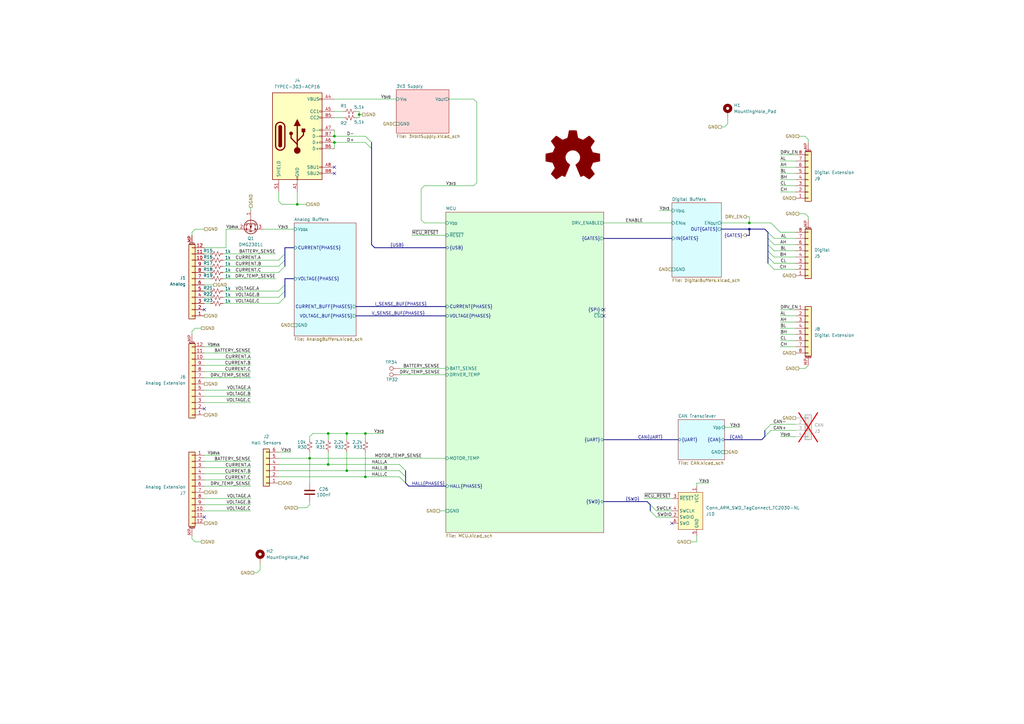
<source format=kicad_sch>
(kicad_sch (version 20231120) (generator "eeschema") (generator_version "8.0")
  (paper "A3")
  (title_block (title "OpenMC") (date "2024-06-06") (rev "1") (company "Crab Labs") (comment 1 "Author: Orion Serup") (comment 2 "License: CERN-OHW-W-2.0"))
  (lib_symbols
    (symbol "Connector:Conn_ARM_SWD_TagConnect_TC2030-NL" (in_bom no)
      (property "Reference" "J" (at 2.54 11.43 0))
      (property "Value" "Conn_ARM_SWD_TagConnect_TC2030-NL" (at 2.54 8.89 0))
      (symbol "Conn_ARM_SWD_TagConnect_TC2030-NL_0_0"
        (pin power_in line (at -2.54 10.16 270) (length 2.54) (name "VCC") (number "1"))
        (pin bidirectional line (at 7.62 -2.54 180) (length 2.54) (name "SWDIO") (number "2"))
        (pin open_collector line (at 7.62 5.08 180) (length 2.54) (name "~{RESET}") (number "3"))
        (pin output line (at 7.62 0 180) (length 2.54) (name "SWCLK") (number "4"))
        (pin power_in line (at -2.54 -10.16 90) (length 2.54) (name "GND") (number "5"))
        (pin input line (at 7.62 -5.08 180) (length 2.54) (name "SWO") (number "6"))
      )
      (symbol "Conn_ARM_SWD_TagConnect_TC2030-NL_0_1"
        (rectangle (start -5.08 7.62) (end 5.08 -7.62) (fill (type background)))
      )
    )
    (symbol "Connector:TestPoint" (pin_numbers hide) (pin_names (offset 0.762) hide)
      (property "Reference" "TP" (at 0 6.858 0))
      (property "Value" "TestPoint" (at 0 5.08 0))
      (symbol "TestPoint_0_1"
        (circle (center 0 3.302) (radius 0.762))
      )
      (symbol "TestPoint_1_1"
        (pin passive line (at 0 0 90) (length 2.54) (name "1") (number "1"))
      )
    )
    (symbol "Connector:USB_C_Receptacle_USB2.0_16P" (pin_names (offset 1.016))
      (property "Reference" "J" (at 0 22.225 0))
      (property "Value" "USB_C_Receptacle_USB2.0_16P" (at 0 19.685 0))
      (symbol "USB_C_Receptacle_USB2.0_16P_0_0"
        (rectangle (start -0.254 -17.78) (end 0.254 -16.764))
        (rectangle (start 10.16 -14.986) (end 9.144 -15.494))
        (rectangle (start 10.16 -12.446) (end 9.144 -12.954))
        (rectangle (start 10.16 -4.826) (end 9.144 -5.334))
        (rectangle (start 10.16 -2.286) (end 9.144 -2.794))
        (rectangle (start 10.16 0.254) (end 9.144 -0.254))
        (rectangle (start 10.16 2.794) (end 9.144 2.286))
        (rectangle (start 10.16 7.874) (end 9.144 7.366))
        (rectangle (start 10.16 10.414) (end 9.144 9.906))
        (rectangle (start 10.16 15.494) (end 9.144 14.986))
      )
      (symbol "USB_C_Receptacle_USB2.0_16P_0_1"
        (rectangle (start -10.16 17.78) (end 10.16 -17.78) (stroke (width 0.254)) (fill (type background)))
        (arc (start -8.89 -3.81) (mid -6.985 -5.7067) (end -5.08 -3.81) (stroke (width 0.508)))
        (arc (start -7.62 -3.81) (mid -6.985 -4.4423) (end -6.35 -3.81) (stroke (width 0.254)))
        (arc (start -7.62 -3.81) (mid -6.985 -4.4423) (end -6.35 -3.81) (stroke (width 0.254)) (fill (type outline)))
        (rectangle (start -7.62 -3.81) (end -6.35 3.81) (stroke (width 0.254)) (fill (type outline)))
        (arc (start -6.35 3.81) (mid -6.985 4.4423) (end -7.62 3.81) (stroke (width 0.254)))
        (arc (start -6.35 3.81) (mid -6.985 4.4423) (end -7.62 3.81) (stroke (width 0.254)) (fill (type outline)))
        (arc (start -5.08 3.81) (mid -6.985 5.7067) (end -8.89 3.81) (stroke (width 0.508)))
        (circle (center -2.54 1.143) (radius 0.635) (stroke (width 0.254)) (fill (type outline)))
        (circle (center 0 -5.842) (radius 1.27) (fill (type outline)))
        (polyline (pts (xy -8.89 -3.81) (xy -8.89 3.81)) (stroke (width 0.508)))
        (polyline (pts (xy -5.08 3.81) (xy -5.08 -3.81)) (stroke (width 0.508)))
        (polyline (pts (xy 0 -5.842) (xy 0 4.318)) (stroke (width 0.508)))
        (polyline (pts (xy 0 -3.302) (xy -2.54 -0.762) (xy -2.54 0.508)) (stroke (width 0.508)))
        (polyline (pts (xy 0 -2.032) (xy 2.54 0.508) (xy 2.54 1.778)) (stroke (width 0.508)))
        (polyline (pts (xy -1.27 4.318) (xy 0 6.858) (xy 1.27 4.318) (xy -1.27 4.318)) (stroke (width 0.254)) (fill (type outline)))
        (rectangle (start 1.905 1.778) (end 3.175 3.048) (stroke (width 0.254)) (fill (type outline)))
      )
      (symbol "USB_C_Receptacle_USB2.0_16P_1_1"
        (pin passive line (at 0 -22.86 90) (length 5.08) (name "GND") (number "A1"))
        (pin passive line (at 0 -22.86 90) (length 5.08) hide (name "GND") (number "A12"))
        (pin passive line (at 15.24 15.24 180) (length 5.08) (name "VBUS") (number "A4"))
        (pin bidirectional line (at 15.24 10.16 180) (length 5.08) (name "CC1") (number "A5"))
        (pin bidirectional line (at 15.24 -2.54 180) (length 5.08) (name "D+") (number "A6"))
        (pin bidirectional line (at 15.24 2.54 180) (length 5.08) (name "D-") (number "A7"))
        (pin bidirectional line (at 15.24 -12.7 180) (length 5.08) (name "SBU1") (number "A8"))
        (pin passive line (at 15.24 15.24 180) (length 5.08) hide (name "VBUS") (number "A9"))
        (pin passive line (at 0 -22.86 90) (length 5.08) hide (name "GND") (number "B1"))
        (pin passive line (at 0 -22.86 90) (length 5.08) hide (name "GND") (number "B12"))
        (pin passive line (at 15.24 15.24 180) (length 5.08) hide (name "VBUS") (number "B4"))
        (pin bidirectional line (at 15.24 7.62 180) (length 5.08) (name "CC2") (number "B5"))
        (pin bidirectional line (at 15.24 -5.08 180) (length 5.08) (name "D+") (number "B6"))
        (pin bidirectional line (at 15.24 0 180) (length 5.08) (name "D-") (number "B7"))
        (pin bidirectional line (at 15.24 -15.24 180) (length 5.08) (name "SBU2") (number "B8"))
        (pin passive line (at 15.24 15.24 180) (length 5.08) hide (name "VBUS") (number "B9"))
        (pin passive line (at -7.62 -22.86 90) (length 5.08) (name "SHIELD") (number "S1"))
      )
    )
    (symbol "Connector_Generic:Conn_01x04" (pin_names (offset 1.016) hide)
      (property "Reference" "J" (at 0 5.08 0))
      (property "Value" "Conn_01x04" (at 0 -7.62 0))
      (symbol "Conn_01x04_1_1"
        (rectangle (start -1.27 -4.953) (end 0 -5.207) (stroke (width 0.1524)))
        (rectangle (start -1.27 -2.413) (end 0 -2.667) (stroke (width 0.1524)))
        (rectangle (start -1.27 0.127) (end 0 -0.127) (stroke (width 0.1524)))
        (rectangle (start -1.27 2.667) (end 0 2.413) (stroke (width 0.1524)))
        (rectangle (start -1.27 3.81) (end 1.27 -6.35) (stroke (width 0.254)) (fill (type background)))
        (pin passive line (at -5.08 2.54 0) (length 3.81) (name "Pin_1") (number "1"))
        (pin passive line (at -5.08 0 0) (length 3.81) (name "Pin_2") (number "2"))
        (pin passive line (at -5.08 -2.54 0) (length 3.81) (name "Pin_3") (number "3"))
        (pin passive line (at -5.08 -5.08 0) (length 3.81) (name "Pin_4") (number "4"))
      )
    )
    (symbol "Connector_Generic:Conn_01x06" (pin_names (offset 1.016) hide)
      (property "Reference" "J" (at 0 7.62 0))
      (property "Value" "Conn_01x06" (at 0 -10.16 0))
      (symbol "Conn_01x06_1_1"
        (rectangle (start -1.27 -7.493) (end 0 -7.747) (stroke (width 0.1524)))
        (rectangle (start -1.27 -4.953) (end 0 -5.207) (stroke (width 0.1524)))
        (rectangle (start -1.27 -2.413) (end 0 -2.667) (stroke (width 0.1524)))
        (rectangle (start -1.27 0.127) (end 0 -0.127) (stroke (width 0.1524)))
        (rectangle (start -1.27 2.667) (end 0 2.413) (stroke (width 0.1524)))
        (rectangle (start -1.27 5.207) (end 0 4.953) (stroke (width 0.1524)))
        (rectangle (start -1.27 6.35) (end 1.27 -8.89) (stroke (width 0.254)) (fill (type background)))
        (pin passive line (at -5.08 5.08 0) (length 3.81) (name "Pin_1") (number "1"))
        (pin passive line (at -5.08 2.54 0) (length 3.81) (name "Pin_2") (number "2"))
        (pin passive line (at -5.08 0 0) (length 3.81) (name "Pin_3") (number "3"))
        (pin passive line (at -5.08 -2.54 0) (length 3.81) (name "Pin_4") (number "4"))
        (pin passive line (at -5.08 -5.08 0) (length 3.81) (name "Pin_5") (number "5"))
        (pin passive line (at -5.08 -7.62 0) (length 3.81) (name "Pin_6") (number "6"))
      )
    )
    (symbol "Connector_Generic_MountingPin:Conn_01x08_MountingPin" (pin_names (offset 1.016) hide)
      (property "Reference" "J" (at 0 10.16 0))
      (property "Value" "Conn_01x08_MountingPin" (at 1.27 -12.7 0))
      (symbol "Conn_01x08_MountingPin_1_1"
        (rectangle (start -1.27 -10.033) (end 0 -10.287) (stroke (width 0.1524)))
        (rectangle (start -1.27 -7.493) (end 0 -7.747) (stroke (width 0.1524)))
        (rectangle (start -1.27 -4.953) (end 0 -5.207) (stroke (width 0.1524)))
        (rectangle (start -1.27 -2.413) (end 0 -2.667) (stroke (width 0.1524)))
        (rectangle (start -1.27 0.127) (end 0 -0.127) (stroke (width 0.1524)))
        (rectangle (start -1.27 2.667) (end 0 2.413) (stroke (width 0.1524)))
        (rectangle (start -1.27 5.207) (end 0 4.953) (stroke (width 0.1524)))
        (rectangle (start -1.27 7.747) (end 0 7.493) (stroke (width 0.1524)))
        (rectangle (start -1.27 8.89) (end 1.27 -11.43) (stroke (width 0.254)) (fill (type background)))
        (polyline (pts (xy -1.016 -12.192) (xy 1.016 -12.192)) (stroke (width 0.1524)))
        (text "Mounting" (at 0 -11.811 0) (effects (font (size 0.381 0.381))))
        (pin passive line (at -5.08 7.62 0) (length 3.81) (name "Pin_1") (number "1"))
        (pin passive line (at -5.08 5.08 0) (length 3.81) (name "Pin_2") (number "2"))
        (pin passive line (at -5.08 2.54 0) (length 3.81) (name "Pin_3") (number "3"))
        (pin passive line (at -5.08 0 0) (length 3.81) (name "Pin_4") (number "4"))
        (pin passive line (at -5.08 -2.54 0) (length 3.81) (name "Pin_5") (number "5"))
        (pin passive line (at -5.08 -5.08 0) (length 3.81) (name "Pin_6") (number "6"))
        (pin passive line (at -5.08 -7.62 0) (length 3.81) (name "Pin_7") (number "7"))
        (pin passive line (at -5.08 -10.16 0) (length 3.81) (name "Pin_8") (number "8"))
        (pin passive line (at 0 -15.24 90) (length 3.048) (name "MountPin") (number "MP"))
      )
    )
    (symbol "Connector_Generic_MountingPin:Conn_01x12_MountingPin" (pin_names (offset 1.016) hide)
      (property "Reference" "J" (at 0 15.24 0))
      (property "Value" "Conn_01x12_MountingPin" (at 1.27 -17.78 0))
      (symbol "Conn_01x12_MountingPin_1_1"
        (rectangle (start -1.27 -15.113) (end 0 -15.367) (stroke (width 0.1524)))
        (rectangle (start -1.27 -12.573) (end 0 -12.827) (stroke (width 0.1524)))
        (rectangle (start -1.27 -10.033) (end 0 -10.287) (stroke (width 0.1524)))
        (rectangle (start -1.27 -7.493) (end 0 -7.747) (stroke (width 0.1524)))
        (rectangle (start -1.27 -4.953) (end 0 -5.207) (stroke (width 0.1524)))
        (rectangle (start -1.27 -2.413) (end 0 -2.667) (stroke (width 0.1524)))
        (rectangle (start -1.27 0.127) (end 0 -0.127) (stroke (width 0.1524)))
        (rectangle (start -1.27 2.667) (end 0 2.413) (stroke (width 0.1524)))
        (rectangle (start -1.27 5.207) (end 0 4.953) (stroke (width 0.1524)))
        (rectangle (start -1.27 7.747) (end 0 7.493) (stroke (width 0.1524)))
        (rectangle (start -1.27 10.287) (end 0 10.033) (stroke (width 0.1524)))
        (rectangle (start -1.27 12.827) (end 0 12.573) (stroke (width 0.1524)))
        (rectangle (start -1.27 13.97) (end 1.27 -16.51) (stroke (width 0.254)) (fill (type background)))
        (polyline (pts (xy -1.016 -17.272) (xy 1.016 -17.272)) (stroke (width 0.1524)))
        (text "Mounting" (at 0 -16.891 0) (effects (font (size 0.381 0.381))))
        (pin passive line (at -5.08 12.7 0) (length 3.81) (name "Pin_1") (number "1"))
        (pin passive line (at -5.08 -10.16 0) (length 3.81) (name "Pin_10") (number "10"))
        (pin passive line (at -5.08 -12.7 0) (length 3.81) (name "Pin_11") (number "11"))
        (pin passive line (at -5.08 -15.24 0) (length 3.81) (name "Pin_12") (number "12"))
        (pin passive line (at -5.08 10.16 0) (length 3.81) (name "Pin_2") (number "2"))
        (pin passive line (at -5.08 7.62 0) (length 3.81) (name "Pin_3") (number "3"))
        (pin passive line (at -5.08 5.08 0) (length 3.81) (name "Pin_4") (number "4"))
        (pin passive line (at -5.08 2.54 0) (length 3.81) (name "Pin_5") (number "5"))
        (pin passive line (at -5.08 0 0) (length 3.81) (name "Pin_6") (number "6"))
        (pin passive line (at -5.08 -2.54 0) (length 3.81) (name "Pin_7") (number "7"))
        (pin passive line (at -5.08 -5.08 0) (length 3.81) (name "Pin_8") (number "8"))
        (pin passive line (at -5.08 -7.62 0) (length 3.81) (name "Pin_9") (number "9"))
        (pin passive line (at 0 -20.32 90) (length 3.048) (name "MountPin") (number "MP"))
      )
    )
    (symbol "Device:C" (pin_numbers hide) (pin_names (offset 0.254))
      (property "Reference" "C" (at 0.635 2.54 0))
      (property "Value" "C" (at 0.635 -2.54 0))
      (symbol "C_0_1"
        (polyline (pts (xy -2.032 -0.762) (xy 2.032 -0.762)) (stroke (width 0.508)))
        (polyline (pts (xy -2.032 0.762) (xy 2.032 0.762)) (stroke (width 0.508)))
      )
      (symbol "C_1_1"
        (pin passive line (at 0 3.81 270) (length 2.794) (name "~") (number "1"))
        (pin passive line (at 0 -3.81 90) (length 2.794) (name "~") (number "2"))
      )
    )
    (symbol "Device:R_Small_US" (pin_numbers hide) (pin_names (offset 0.254) hide)
      (property "Reference" "R" (at 0.762 0.508 0))
      (property "Value" "R_Small_US" (at 0.762 -1.016 0))
      (symbol "R_Small_US_1_1"
        (polyline (pts (xy 0 0) (xy 1.016 -0.381) (xy 0 -0.762) (xy -1.016 -1.143) (xy 0 -1.524)))
        (polyline (pts (xy 0 1.524) (xy 1.016 1.143) (xy 0 0.762) (xy -1.016 0.381) (xy 0 0)))
        (pin passive line (at 0 2.54 270) (length 1.016) (name "~") (number "1"))
        (pin passive line (at 0 -2.54 90) (length 1.016) (name "~") (number "2"))
      )
    )
    (symbol "Graphic:Logo_Open_Hardware_Large" (in_bom no) (on_board no)
      (symbol "Logo_Open_Hardware_Large_1_1"
        (polyline (pts (xy 6.731 -8.7122) (xy 6.6294 -8.6614) (xy 6.35 -8.4836) (xy 5.9944 -8.255) (xy 5.5372 -7.9502) (xy 5.1054 -7.6454) (xy 4.7498 -7.4168) (xy 4.4958 -7.239) (xy 4.3942 -7.1882) (xy 4.318 -7.2136) (xy 4.1148 -7.3152) (xy 3.81 -7.4676) (xy 3.6322 -7.5692) (xy 3.3528 -7.6708) (xy 3.2258 -7.6962) (xy 3.2004 -7.6708) (xy 3.0988 -7.4676) (xy 2.9464 -7.0866) (xy 2.7178 -6.604) (xy 2.4892 -6.0452) (xy 2.2352 -5.4356) (xy 1.9558 -4.826) (xy 1.7272 -4.2164) (xy 1.4986 -3.683) (xy 1.3208 -3.2512) (xy 1.2192 -2.9464) (xy 1.1684 -2.8194) (xy 1.1938 -2.794) (xy 1.3208 -2.667) (xy 1.5748 -2.4892) (xy 2.0828 -2.0574) (xy 2.6162 -1.397) (xy 2.921 -0.6604) (xy 3.048 0.1524) (xy 2.9464 0.9144) (xy 2.6416 1.6256) (xy 2.1336 2.286) (xy 1.524 2.7686) (xy 0.8128 3.0734) (xy 0 3.175) (xy -0.762 3.0988) (xy -1.4986 2.794) (xy -2.159 2.286) (xy -2.4384 1.9812) (xy -2.8194 1.3208) (xy -3.048 0.6096) (xy -3.0734 0.4318) (xy -3.0226 -0.3556) (xy -2.794 -1.0922) (xy -2.3876 -1.7526) (xy -1.8288 -2.3114) (xy -1.7526 -2.3622) (xy -1.4732 -2.5654) (xy -1.2954 -2.6924) (xy -1.1684 -2.8194) (xy -2.159 -5.207) (xy -2.3114 -5.588) (xy -2.5908 -6.2484) (xy -2.8194 -6.8072) (xy -3.0226 -7.2644) (xy -3.1496 -7.5692) (xy -3.2258 -7.6708) (xy -3.2258 -7.6962) (xy -3.302 -7.6962) (xy -3.4798 -7.6454) (xy -3.8354 -7.4676) (xy -4.0386 -7.366) (xy -4.2926 -7.239) (xy -4.4196 -7.1882) (xy -4.5212 -7.239) (xy -4.7498 -7.3914) (xy -5.1054 -7.6454) (xy -5.5372 -7.9248) (xy -5.9436 -8.2042) (xy -6.3246 -8.4582) (xy -6.604 -8.636) (xy -6.731 -8.7122) (xy -6.7564 -8.7122) (xy -6.858 -8.636) (xy -7.0866 -8.4582) (xy -7.4168 -8.1534) (xy -7.874 -7.6962) (xy -7.9502 -7.62) (xy -8.3312 -7.239) (xy -8.636 -6.9088) (xy -8.8392 -6.6802) (xy -8.9154 -6.5786) (xy -8.9154 -6.5786) (xy -8.8392 -6.4516) (xy -8.6614 -6.1722) (xy -8.4328 -5.7912) (xy -8.128 -5.3594) (xy -7.3152 -4.191) (xy -7.7724 -3.0988) (xy -7.8994 -2.7686) (xy -8.0772 -2.3622) (xy -8.2042 -2.0828) (xy -8.255 -1.9558) (xy -8.382 -1.905) (xy -8.6614 -1.8542) (xy -9.0932 -1.7526) (xy -9.6266 -1.651) (xy -10.1092 -1.5748) (xy -10.541 -1.4732) (xy -10.8712 -1.4224) (xy -11.0236 -1.397) (xy -11.049 -1.3716) (xy -11.0744 -1.2954) (xy -11.0998 -1.143) (xy -11.0998 -0.889) (xy -11.1252 -0.4572) (xy -11.1252 0.1524) (xy -11.1252 0.2286) (xy -11.0998 0.8128) (xy -11.0998 1.27) (xy -11.0744 1.5494) (xy -11.0744 1.6764) (xy -11.0744 1.6764) (xy -10.922 1.7018) (xy -10.6172 1.778) (xy -10.16 1.8542) (xy -9.652 1.9558) (xy -9.6012 1.9812) (xy -9.0932 2.0828) (xy -8.636 2.159) (xy -8.3312 2.2352) (xy -8.2042 2.286) (xy -8.1788 2.3114) (xy -8.0772 2.5146) (xy -7.9248 2.8448) (xy -7.747 3.2512) (xy -7.5692 3.6576) (xy -7.4168 4.0386) (xy -7.3152 4.318) (xy -7.2898 4.445) (xy -7.2898 4.445) (xy -7.366 4.572) (xy -7.5438 4.826) (xy -7.7978 5.207) (xy -8.128 5.6642) (xy -8.128 5.6896) (xy -8.4328 6.1468) (xy -8.6868 6.5278) (xy -8.8392 6.7818) (xy -8.9154 6.9088) (xy -8.9154 6.9088) (xy -8.8138 7.0358) (xy -8.5852 7.2898) (xy -8.255 7.6454) (xy -7.874 8.0264) (xy -7.747 8.1534) (xy -7.3152 8.5852) (xy -7.0104 8.8646) (xy -6.8326 8.9916) (xy -6.731 9.0424) (xy -6.731 9.0424) (xy -6.604 8.9408) (xy -6.3246 8.763) (xy -5.9436 8.509) (xy -5.4864 8.2042) (xy -5.461 8.1788) (xy -5.0038 7.874) (xy -4.6482 7.62) (xy -4.3688 7.4422) (xy -4.2672 7.3914) (xy -4.2418 7.3914) (xy -4.064 7.4422) (xy -3.7338 7.5438) (xy -3.3528 7.6962) (xy -2.9464 7.874) (xy -2.5654 8.0264) (xy -2.286 8.1534) (xy -2.159 8.2296) (xy -2.159 8.2296) (xy -2.1082 8.382) (xy -2.032 8.7122) (xy -1.9304 9.1694) (xy -1.8288 9.7282) (xy -1.8034 9.8044) (xy -1.7018 10.3378) (xy -1.6256 10.7696) (xy -1.5748 11.0744) (xy -1.524 11.2014) (xy -1.4478 11.2268) (xy -1.1938 11.2522) (xy -0.8128 11.2522) (xy -0.3302 11.2522) (xy 0.1524 11.2522) (xy 0.6604 11.2522) (xy 1.0668 11.2268) (xy 1.3716 11.2014) (xy 1.4986 11.176) (xy 1.4986 11.176) (xy 1.5494 11.0236) (xy 1.6256 10.6934) (xy 1.7018 10.2108) (xy 1.8288 9.6774) (xy 1.8288 9.5758) (xy 1.9304 9.0424) (xy 2.032 8.6106) (xy 2.0828 8.3058) (xy 2.1336 8.2042) (xy 2.159 8.1788) (xy 2.3876 8.0772) (xy 2.7432 7.9248) (xy 3.175 7.747) (xy 4.191 7.3406) (xy 5.461 8.2042) (xy 5.5626 8.2804) (xy 6.0198 8.5852) (xy 6.3754 8.8392) (xy 6.6294 8.9916) (xy 6.7564 9.0424) (xy 6.7564 9.0424) (xy 6.8834 8.9408) (xy 7.1374 8.7122) (xy 7.4676 8.382) (xy 7.8486 7.9756) (xy 8.1534 7.6962) (xy 8.4836 7.3406) (xy 8.7122 7.112) (xy 8.8392 6.9596) (xy 8.8646 6.858) (xy 8.8646 6.8072) (xy 8.7884 6.6802) (xy 8.6106 6.4008) (xy 8.3312 6.0198) (xy 8.0264 5.588) (xy 7.7978 5.207) (xy 7.5184 4.8006) (xy 7.3406 4.4958) (xy 7.2898 4.3434) (xy 7.2898 4.2926) (xy 7.3914 4.0386) (xy 7.5184 3.683) (xy 7.7216 3.2258) (xy 8.1534 2.2352) (xy 8.7884 2.1082) (xy 9.1948 2.0574) (xy 9.7536 1.9304) (xy 10.2616 1.8288) (xy 11.0998 1.6764) (xy 11.1252 -1.3208) (xy 10.9982 -1.3716) (xy 10.8712 -1.397) (xy 10.5664 -1.4732) (xy 10.1346 -1.5494) (xy 9.6266 -1.651) (xy 9.1948 -1.7272) (xy 8.7376 -1.8288) (xy 8.4328 -1.8796) (xy 8.2804 -1.905) (xy 8.255 -1.9558) (xy 8.1534 -2.159) (xy 7.9756 -2.5146) (xy 7.8232 -2.921) (xy 7.6454 -3.3274) (xy 7.493 -3.7338) (xy 7.366 -4.0132) (xy 7.3406 -4.191) (xy 7.3914 -4.2926) (xy 7.5692 -4.5466) (xy 7.7978 -4.9276) (xy 8.1026 -5.3594) (xy 8.4074 -5.7912) (xy 8.6614 -6.1722) (xy 8.8138 -6.4262) (xy 8.89 -6.5532) (xy 8.8646 -6.6548) (xy 8.6868 -6.858) (xy 8.3566 -7.1882) (xy 7.874 -7.6708) (xy 7.7978 -7.747) (xy 7.3914 -8.128) (xy 7.0612 -8.4328) (xy 6.8326 -8.636) (xy 6.731 -8.7122)) (fill (type outline)))
      )
    )
    (symbol "Mechanical:MountingHole_Pad" (pin_numbers hide) (pin_names (offset 1.016) hide) (exclude_from_sim yes) (in_bom no)
      (property "Reference" "H" (at 0 6.35 0))
      (property "Value" "MountingHole_Pad" (at 0 4.445 0))
      (symbol "MountingHole_Pad_0_1"
        (circle (center 0 1.27) (radius 1.27) (stroke (width 1.27)))
      )
      (symbol "MountingHole_Pad_1_1"
        (pin input line (at 0 -2.54 90) (length 2.54) (name "1") (number "1"))
      )
    )
    (symbol "Transistor_FET:DMG2301L" (pin_names hide)
      (property "Reference" "Q" (at 5.08 1.905 0))
      (property "Value" "DMG2301L" (at 5.08 0 0))
      (symbol "DMG2301L_0_1"
        (polyline (pts (xy 0.254 0) (xy -2.54 0)))
        (polyline (pts (xy 0.254 1.905) (xy 0.254 -1.905)) (stroke (width 0.254)))
        (polyline (pts (xy 0.762 -1.27) (xy 0.762 -2.286)) (stroke (width 0.254)))
        (polyline (pts (xy 0.762 0.508) (xy 0.762 -0.508)) (stroke (width 0.254)))
        (polyline (pts (xy 0.762 2.286) (xy 0.762 1.27)) (stroke (width 0.254)))
        (polyline (pts (xy 2.54 2.54) (xy 2.54 1.778)))
        (polyline (pts (xy 2.54 -2.54) (xy 2.54 0) (xy 0.762 0)))
        (polyline (pts (xy 0.762 1.778) (xy 3.302 1.778) (xy 3.302 -1.778) (xy 0.762 -1.778)))
        (polyline (pts (xy 2.286 0) (xy 1.27 0.381) (xy 1.27 -0.381) (xy 2.286 0)) (fill (type outline)))
        (polyline (pts (xy 2.794 -0.508) (xy 2.921 -0.381) (xy 3.683 -0.381) (xy 3.81 -0.254)))
        (polyline (pts (xy 3.302 -0.381) (xy 2.921 0.254) (xy 3.683 0.254) (xy 3.302 -0.381)))
        (circle (center 1.651 0) (radius 2.794) (stroke (width 0.254)))
        (circle (center 2.54 -1.778) (radius 0.254) (fill (type outline)))
        (circle (center 2.54 1.778) (radius 0.254) (fill (type outline)))
      )
      (symbol "DMG2301L_1_1"
        (pin input line (at -5.08 0 0) (length 2.54) (name "G") (number "1"))
        (pin passive line (at 2.54 -5.08 90) (length 2.54) (name "S") (number "2"))
        (pin passive line (at 2.54 5.08 270) (length 2.54) (name "D") (number "3"))
      )
    )
  )
  (junction (at 149.86 177.8))
  (junction (at 142.24 193.04))
  (junction (at 307.34 91.44))
  (junction (at 137.16 55.88))
  (junction (at 127 187.96))
  (junction (at 137.16 58.42))
  (junction (at 307.34 93.98))
  (junction (at 149.86 195.58))
  (junction (at 134.62 190.5))
  (junction (at 134.62 177.8))
  (junction (at 142.24 177.8))
  (junction (at 121.92 83.82))
  (junction (at 147.32 46.99))
  (no_connect (at 83.82 127))
  (no_connect (at 137.16 68.58))
  (no_connect (at 83.82 167.64))
  (no_connect (at 247.65 127))
  (no_connect (at 275.59 214.63))
  (no_connect (at 83.82 212.09))
  (no_connect (at 137.16 71.12))
  (no_connect (at 247.65 129.54))
  (bus_entry (at 314.96 97.79) (size 2.54 2.54))
  (bus_entry (at 313.69 179.07) (size 2.54 -2.54))
  (bus_entry (at 313.69 176.53) (size 2.54 -2.54))
  (bus_entry (at 314.96 100.33) (size 2.54 2.54))
  (bus_entry (at 314.96 102.87) (size 2.54 2.54))
  (bus_entry (at 314.96 95.25) (size 2.54 2.54))
  (bus_entry (at 166.37 198.12) (size -2.54 -2.54))
  (bus_entry (at 266.7 209.55) (size 2.54 2.54))
  (bus_entry (at 116.84 121.92) (size -2.54 2.54))
  (bus_entry (at 266.7 207.01) (size 2.54 2.54))
  (bus_entry (at 116.84 116.84) (size -2.54 2.54))
  (bus_entry (at 116.84 119.38) (size -2.54 2.54))
  (bus_entry (at 152.4 58.42) (size -2.54 -2.54))
  (bus_entry (at 314.96 105.41) (size 2.54 2.54))
  (bus_entry (at 116.84 109.22) (size -2.54 2.54))
  (bus_entry (at 116.84 106.68) (size -2.54 2.54))
  (bus_entry (at 314.96 107.95) (size 2.54 2.54))
  (bus_entry (at 166.37 193.04) (size -2.54 -2.54))
  (bus_entry (at 116.84 104.14) (size -2.54 2.54))
  (bus_entry (at 152.4 60.96) (size -2.54 -2.54))
  (bus_entry (at 166.37 195.58) (size -2.54 -2.54))
  (wire (pts (xy 106.68 231.14) (xy 106.68 233.68)))
  (wire (pts (xy 127 179.07) (xy 128.27 177.8)))
  (wire (pts (xy 320.04 139.7) (xy 326.39 139.7)))
  (wire (pts (xy 320.04 134.62) (xy 326.39 134.62)))
  (wire (pts (xy 83.82 207.01) (xy 102.87 207.01)))
  (wire (pts (xy 149.86 177.8) (xy 149.86 180.34)))
  (wire (pts (xy 91.44 121.92) (xy 114.3 121.92)))
  (wire (pts (xy 142.24 177.8) (xy 142.24 180.34)))
  (wire (pts (xy 320.04 76.2) (xy 326.39 76.2)))
  (wire (pts (xy 330.2 151.13) (xy 331.47 149.86)))
  (wire (pts (xy 147.32 45.72) (xy 147.32 46.99)))
  (wire (pts (xy 134.62 177.8) (xy 134.62 180.34)))
  (wire (pts (xy 107.95 93.98) (xy 120.65 93.98)))
  (bus (pts (xy 297.18 180.34) (xy 312.42 180.34)))
  (wire (pts (xy 326.39 63.5) (xy 320.04 63.5)))
  (wire (pts (xy 114.3 78.74) (xy 114.3 82.55)))
  (wire (pts (xy 137.16 58.42) (xy 149.86 58.42)))
  (wire (pts (xy 147.32 46.99) (xy 147.32 48.26)))
  (bus (pts (xy 314.96 100.33) (xy 314.96 102.87)))
  (wire (pts (xy 97.79 93.98) (xy 92.71 93.98)))
  (wire (pts (xy 285.75 198.12) (xy 285.75 199.39)))
  (wire (pts (xy 327.66 55.88) (xy 330.2 55.88)))
  (wire (pts (xy 83.82 121.92) (xy 86.36 121.92)))
  (wire (pts (xy 83.82 204.47) (xy 102.87 204.47)))
  (wire (pts (xy 102.87 85.09) (xy 102.87 86.36)))
  (wire (pts (xy 147.32 46.99) (xy 148.59 46.99)))
  (wire (pts (xy 83.82 142.24) (xy 90.17 142.24)))
  (bus (pts (xy 116.84 109.22) (xy 116.84 106.68)))
  (bus (pts (xy 116.84 119.38) (xy 116.84 121.92)))
  (bus (pts (xy 166.37 195.58) (xy 166.37 198.12)))
  (wire (pts (xy 173.99 76.2) (xy 194.31 76.2)))
  (wire (pts (xy 317.5 105.41) (xy 326.39 105.41)))
  (wire (pts (xy 320.04 78.74) (xy 326.39 78.74)))
  (wire (pts (xy 320.04 129.54) (xy 326.39 129.54)))
  (wire (pts (xy 78.74 135.89) (xy 78.74 137.16)))
  (wire (pts (xy 127 185.42) (xy 127 187.96)))
  (wire (pts (xy 326.39 173.99) (xy 316.23 173.99)))
  (wire (pts (xy 134.62 177.8) (xy 142.24 177.8)))
  (wire (pts (xy 83.82 186.69) (xy 90.17 186.69)))
  (wire (pts (xy 83.82 165.1) (xy 102.87 165.1)))
  (wire (pts (xy 326.39 95.25) (xy 320.04 95.25)))
  (wire (pts (xy 320.04 137.16) (xy 326.39 137.16)))
  (wire (pts (xy 114.3 193.04) (xy 142.24 193.04)))
  (bus (pts (xy 153.67 101.6) (xy 182.88 101.6)))
  (wire (pts (xy 297.18 175.26) (xy 303.53 175.26)))
  (bus (pts (xy 116.84 116.84) (xy 116.84 119.38)))
  (bus (pts (xy 152.4 60.96) (xy 152.4 100.33)))
  (wire (pts (xy 91.44 124.46) (xy 114.3 124.46)))
  (bus (pts (xy 152.4 100.33) (xy 153.67 101.6)))
  (wire (pts (xy 320.04 73.66) (xy 326.39 73.66)))
  (wire (pts (xy 80.01 222.25) (xy 78.74 220.98)))
  (wire (pts (xy 137.16 58.42) (xy 137.16 60.96)))
  (wire (pts (xy 142.24 177.8) (xy 149.86 177.8)))
  (wire (pts (xy 83.82 209.55) (xy 102.87 209.55)))
  (bus (pts (xy 167.64 199.39) (xy 166.37 198.12)))
  (wire (pts (xy 137.16 53.34) (xy 137.16 55.88)))
  (bus (pts (xy 307.34 93.98) (xy 307.34 96.52)))
  (wire (pts (xy 173.99 91.44) (xy 182.88 91.44)))
  (wire (pts (xy 295.91 52.07) (xy 297.18 52.07)))
  (wire (pts (xy 163.83 153.67) (xy 182.88 153.67)))
  (wire (pts (xy 326.39 127) (xy 320.04 127)))
  (wire (pts (xy 146.05 45.72) (xy 147.32 45.72)))
  (wire (pts (xy 127 187.96) (xy 182.88 187.96)))
  (wire (pts (xy 269.24 212.09) (xy 275.59 212.09)))
  (wire (pts (xy 83.82 162.56) (xy 102.87 162.56)))
  (wire (pts (xy 83.82 196.85) (xy 102.87 196.85)))
  (bus (pts (xy 295.91 93.98) (xy 307.34 93.98)))
  (wire (pts (xy 83.82 93.98) (xy 80.01 93.98)))
  (wire (pts (xy 146.05 48.26) (xy 147.32 48.26)))
  (wire (pts (xy 78.74 95.25) (xy 78.74 96.52)))
  (wire (pts (xy 307.34 91.44) (xy 295.91 91.44)))
  (wire (pts (xy 317.5 110.49) (xy 326.39 110.49)))
  (wire (pts (xy 184.15 40.64) (xy 194.31 40.64)))
  (wire (pts (xy 83.82 152.4) (xy 102.87 152.4)))
  (wire (pts (xy 83.82 191.77) (xy 102.87 191.77)))
  (wire (pts (xy 121.92 78.74) (xy 121.92 83.82)))
  (bus (pts (xy 314.96 97.79) (xy 314.96 100.33)))
  (wire (pts (xy 127 187.96) (xy 127 198.12)))
  (bus (pts (xy 265.43 205.74) (xy 266.7 207.01)))
  (wire (pts (xy 127 207.01) (xy 125.73 208.28)))
  (bus (pts (xy 307.34 96.52) (xy 306.07 96.52)))
  (bus (pts (xy 146.05 129.54) (xy 182.88 129.54)))
  (wire (pts (xy 83.82 160.02) (xy 102.87 160.02)))
  (wire (pts (xy 114.3 195.58) (xy 149.86 195.58)))
  (bus (pts (xy 152.4 58.42) (xy 152.4 60.96)))
  (wire (pts (xy 83.82 194.31) (xy 102.87 194.31)))
  (wire (pts (xy 83.82 147.32) (xy 102.87 147.32)))
  (wire (pts (xy 316.23 91.44) (xy 320.04 95.25)))
  (wire (pts (xy 317.5 102.87) (xy 326.39 102.87)))
  (bus (pts (xy 314.96 105.41) (xy 314.96 107.95)))
  (bus (pts (xy 266.7 207.01) (xy 266.7 209.55)))
  (wire (pts (xy 82.55 134.62) (xy 80.01 134.62)))
  (wire (pts (xy 114.3 187.96) (xy 127 187.96)))
  (wire (pts (xy 142.24 193.04) (xy 163.83 193.04)))
  (wire (pts (xy 91.44 111.76) (xy 114.3 111.76)))
  (wire (pts (xy 114.3 185.42) (xy 119.38 185.42)))
  (wire (pts (xy 83.82 189.23) (xy 102.87 189.23)))
  (wire (pts (xy 83.82 106.68) (xy 86.36 106.68)))
  (bus (pts (xy 247.65 205.74) (xy 265.43 205.74)))
  (wire (pts (xy 92.71 93.98) (xy 92.71 101.6)))
  (wire (pts (xy 320.04 71.12) (xy 326.39 71.12)))
  (wire (pts (xy 80.01 93.98) (xy 78.74 95.25)))
  (wire (pts (xy 128.27 177.8) (xy 134.62 177.8)))
  (bus (pts (xy 314.96 102.87) (xy 314.96 105.41)))
  (wire (pts (xy 306.07 88.9) (xy 307.34 88.9)))
  (wire (pts (xy 83.82 116.84) (xy 87.63 116.84)))
  (wire (pts (xy 127 205.74) (xy 127 207.01)))
  (wire (pts (xy 80.01 134.62) (xy 78.74 135.89)))
  (wire (pts (xy 168.91 96.52) (xy 182.88 96.52)))
  (wire (pts (xy 330.2 87.63) (xy 331.47 88.9)))
  (wire (pts (xy 307.34 88.9) (xy 307.34 91.44)))
  (wire (pts (xy 264.16 204.47) (xy 275.59 204.47)))
  (wire (pts (xy 83.82 104.14) (xy 86.36 104.14)))
  (bus (pts (xy 116.84 104.14) (xy 116.84 101.6)))
  (bus (pts (xy 313.69 179.07) (xy 313.69 176.53)))
  (wire (pts (xy 83.82 124.46) (xy 86.36 124.46)))
  (wire (pts (xy 83.82 114.3) (xy 86.36 114.3)))
  (wire (pts (xy 180.34 209.55) (xy 182.88 209.55)))
  (wire (pts (xy 115.57 83.82) (xy 114.3 82.55)))
  (wire (pts (xy 317.5 97.79) (xy 326.39 97.79)))
  (wire (pts (xy 331.47 57.15) (xy 331.47 58.42)))
  (bus (pts (xy 247.65 97.79) (xy 275.59 97.79)))
  (bus (pts (xy 182.88 199.39) (xy 167.64 199.39)))
  (wire (pts (xy 83.82 199.39) (xy 102.87 199.39)))
  (wire (pts (xy 330.2 55.88) (xy 331.47 57.15)))
  (wire (pts (xy 149.86 185.42) (xy 149.86 195.58)))
  (wire (pts (xy 91.44 106.68) (xy 114.3 106.68)))
  (wire (pts (xy 134.62 185.42) (xy 134.62 190.5)))
  (wire (pts (xy 83.82 144.78) (xy 102.87 144.78)))
  (wire (pts (xy 320.04 68.58) (xy 326.39 68.58)))
  (wire (pts (xy 320.04 142.24) (xy 326.39 142.24)))
  (wire (pts (xy 247.65 91.44) (xy 275.59 91.44)))
  (bus (pts (xy 313.69 93.98) (xy 314.96 95.25)))
  (bus (pts (xy 146.05 125.73) (xy 182.88 125.73)))
  (bus (pts (xy 314.96 95.25) (xy 314.96 97.79)))
  (wire (pts (xy 91.44 109.22) (xy 114.3 109.22)))
  (wire (pts (xy 269.24 209.55) (xy 275.59 209.55)))
  (wire (pts (xy 83.82 119.38) (xy 86.36 119.38)))
  (wire (pts (xy 270.51 86.36) (xy 275.59 86.36)))
  (wire (pts (xy 114.3 190.5) (xy 134.62 190.5)))
  (wire (pts (xy 326.39 176.53) (xy 316.23 176.53)))
  (bus (pts (xy 116.84 101.6) (xy 120.65 101.6)))
  (wire (pts (xy 320.04 132.08) (xy 326.39 132.08)))
  (wire (pts (xy 91.44 114.3) (xy 113.03 114.3)))
  (wire (pts (xy 195.58 41.91) (xy 195.58 74.93)))
  (wire (pts (xy 327.66 151.13) (xy 330.2 151.13)))
  (wire (pts (xy 331.47 88.9) (xy 331.47 90.17)))
  (bus (pts (xy 116.84 114.3) (xy 116.84 116.84)))
  (wire (pts (xy 78.74 220.98) (xy 78.74 219.71)))
  (wire (pts (xy 91.44 119.38) (xy 114.3 119.38)))
  (bus (pts (xy 116.84 114.3) (xy 120.65 114.3)))
  (wire (pts (xy 83.82 149.86) (xy 102.87 149.86)))
  (wire (pts (xy 194.31 40.64) (xy 195.58 41.91)))
  (wire (pts (xy 91.44 104.14) (xy 113.03 104.14)))
  (wire (pts (xy 307.34 91.44) (xy 316.23 91.44)))
  (wire (pts (xy 83.82 101.6) (xy 92.71 101.6)))
  (bus (pts (xy 166.37 193.04) (xy 166.37 195.58)))
  (wire (pts (xy 317.5 100.33) (xy 326.39 100.33)))
  (wire (pts (xy 134.62 190.5) (xy 163.83 190.5)))
  (wire (pts (xy 121.92 208.28) (xy 125.73 208.28)))
  (wire (pts (xy 297.18 52.07) (xy 298.45 50.8)))
  (wire (pts (xy 317.5 107.95) (xy 326.39 107.95)))
  (wire (pts (xy 298.45 48.26) (xy 298.45 50.8)))
  (wire (pts (xy 127 180.34) (xy 127 179.07)))
  (wire (pts (xy 327.66 87.63) (xy 330.2 87.63)))
  (bus (pts (xy 312.42 180.34) (xy 313.69 179.07)))
  (wire (pts (xy 137.16 40.64) (xy 162.56 40.64)))
  (wire (pts (xy 285.75 219.71) (xy 285.75 222.25)))
  (wire (pts (xy 104.14 234.95) (xy 105.41 234.95)))
  (wire (pts (xy 137.16 48.26) (xy 140.97 48.26)))
  (wire (pts (xy 283.21 222.25) (xy 285.75 222.25)))
  (wire (pts (xy 137.16 45.72) (xy 140.97 45.72)))
  (wire (pts (xy 149.86 177.8) (xy 157.48 177.8)))
  (wire (pts (xy 290.83 198.12) (xy 285.75 198.12)))
  (wire (pts (xy 326.39 179.07) (xy 320.04 179.07)))
  (bus (pts (xy 307.34 93.98) (xy 313.69 93.98)))
  (wire (pts (xy 83.82 154.94) (xy 102.87 154.94)))
  (wire (pts (xy 172.72 90.17) (xy 173.99 91.44)))
  (wire (pts (xy 82.55 222.25) (xy 80.01 222.25)))
  (wire (pts (xy 125.73 83.82) (xy 121.92 83.82)))
  (wire (pts (xy 163.83 151.13) (xy 182.88 151.13)))
  (wire (pts (xy 121.92 83.82) (xy 115.57 83.82)))
  (bus (pts (xy 247.65 180.34) (xy 278.13 180.34)))
  (wire (pts (xy 83.82 111.76) (xy 86.36 111.76)))
  (wire (pts (xy 142.24 185.42) (xy 142.24 193.04)))
  (wire (pts (xy 83.82 109.22) (xy 86.36 109.22)))
  (wire (pts (xy 320.04 66.04) (xy 326.39 66.04)))
  (wire (pts (xy 149.86 195.58) (xy 163.83 195.58)))
  (wire (pts (xy 105.41 234.95) (xy 106.68 233.68)))
  (wire (pts (xy 172.72 77.47) (xy 173.99 76.2)))
  (wire (pts (xy 195.58 74.93) (xy 194.31 76.2)))
  (wire (pts (xy 137.16 55.88) (xy 149.86 55.88)))
  (wire (pts (xy 172.72 77.47) (xy 172.72 90.17)))
  (bus (pts (xy 116.84 106.68) (xy 116.84 104.14)))
  (label "~{MCU_RESET}" (at 264.16 204.47 0))
  (label "VOLTAGE.B" (at 96.52 121.92 0))
  (label "CAN{UART}" (at 261.62 180.34 0))
  (label "BATTERY_SENSE" (at 102.87 144.78 180))
  (label "SWDIO" (at 275.59 212.09 180))
  (label "CURRENT.C" (at 102.87 196.85 180))
  (label "V_{DRVA}" (at 90.17 186.69 180))
  (label "CAN-" (at 322.58 173.99 180))
  (label "AH" (at 322.58 100.33 180))
  (label "V_{DRVA}" (at 90.17 142.24 180))
  (label "CURRENT.A" (at 96.52 106.68 0))
  (label "HALL.B" (at 152.4 193.04 0))
  (label "CL" (at 322.58 107.95 180))
  (label "CL" (at 320.04 139.7 0))
  (label "HALL.C" (at 152.4 195.58 0))
  (label "VOLTAGE.C" (at 102.87 165.1 180))
  (label "AL" (at 320.04 66.04 0))
  (label "D+" (at 142.24 58.42 0))
  (label "V_{3V3}" (at 182.88 76.2 0))
  (label "BATTERY_SENSE" (at 102.87 189.23 180))
  (label "CURRENT.A" (at 102.87 191.77 180))
  (label "MOTOR_TEMP_SENSE" (at 153.67 187.96 0))
  (label "BH" (at 322.58 105.41 180))
  (label "VOLTAGE.C" (at 96.52 124.46 0))
  (label "BL" (at 320.04 71.12 0))
  (label "CH" (at 320.04 78.74 0))
  (label "VOLTAGE.C" (at 102.87 209.55 180))
  (label "I_SENSE_BUF{PHASES}" (at 153.67 125.73 0))
  (label "{CAN}" (at 304.8 180.34 180))
  (label "CH" (at 320.04 142.24 0))
  (label "BL" (at 320.04 134.62 0))
  (label "V_{3V3}" (at 157.48 177.8 180))
  (label "DRV_EN" (at 320.04 127 0))
  (label "CURRENT.B" (at 102.87 194.31 180))
  (label "CURRENT.C" (at 102.87 152.4 180))
  (label "V_{5V0}" (at 320.04 179.07 0))
  (label "BH" (at 320.04 73.66 0))
  (label "V_{3V3}" (at 290.83 198.12 180))
  (label "AL" (at 322.58 97.79 180))
  (label "ENABLE" (at 256.54 91.44 0))
  (label "CAN+" (at 322.58 176.53 180))
  (label "BL" (at 322.58 102.87 180))
  (label "DRV_TEMP_SENSE" (at 113.03 114.3 180))
  (label "V_{3V3}" (at 118.11 93.98 180))
  (label "VOLTAGE.B" (at 102.87 207.01 180))
  (label "AH" (at 320.04 68.58 0))
  (label "DRV_EN" (at 320.04 63.5 0))
  (label "DRV_TEMP_SENSE" (at 102.87 154.94 180))
  (label "V_{5V0}" (at 156.21 40.64 0))
  (label "V_{3V3}" (at 303.53 175.26 180))
  (label "CURRENT.C" (at 96.52 111.76 0))
  (label "BATTERY_SENSE" (at 113.03 104.14 180))
  (label "CURRENT.B" (at 102.87 149.86 180))
  (label "BATTERY_SENSE" (at 180.34 151.13 180))
  (label "V_{3V3}" (at 270.51 86.36 0))
  (label "V_{DRVA}" (at 92.71 93.98 0))
  (label "VOLTAGE.A" (at 96.52 119.38 0))
  (label "BH" (at 320.04 137.16 0))
  (label "{SWD}" (at 256.54 205.74 0))
  (label "CURRENT.B" (at 96.52 109.22 0))
  (label "~{MCU_RESET}" (at 168.91 96.52 0))
  (label "CURRENT.A" (at 102.87 147.32 180))
  (label "AL" (at 320.04 129.54 0))
  (label "SWCLK" (at 275.59 209.55 180))
  (label "HALL{PHASES}" (at 168.91 199.39 0))
  (label "CL" (at 320.04 76.2 0))
  (label "DRV_TEMP_SENSE" (at 102.87 199.39 180))
  (label "{USB}" (at 160.02 101.6 0))
  (label "AH" (at 320.04 132.08 0))
  (label "VOLTAGE.A" (at 102.87 160.02 180))
  (label "CH" (at 322.58 110.49 180))
  (label "HALL.A" (at 152.4 190.5 0))
  (label "D-" (at 142.24 55.88 0))
  (label "V_SENSE_BUF{PHASES}" (at 152.4 129.54 0))
  (label "VOLTAGE.B" (at 102.87 162.56 180))
  (label "V_{3V3}" (at 119.38 185.42 180))
  (label "VOLTAGE.A" (at 102.87 204.47 180))
  (label "DRV_TEMP_SENSE" (at 163.83 153.67 0))
  (hierarchical_label "GND" (shape passive) (at 275.59 110.49 180))
  (hierarchical_label "GND" (shape passive) (at 83.82 214.63 0))
  (hierarchical_label "GND" (shape passive) (at 148.59 46.99 0))
  (hierarchical_label "GND" (shape passive) (at 125.73 83.82 0))
  (hierarchical_label "GND" (shape passive) (at 120.65 133.35 180))
  (hierarchical_label "GND" (shape passive) (at 295.91 52.07 180))
  (hierarchical_label "GND" (shape passive) (at 114.3 198.12 0))
  (hierarchical_label "GND" (shape passive) (at 104.14 234.95 180))
  (hierarchical_label "GND" (shape passive) (at 297.18 185.42 0))
  (hierarchical_label "GND" (shape passive) (at 121.92 208.28 180))
  (hierarchical_label "GND" (shape passive) (at 87.63 116.84 0))
  (hierarchical_label "GND" (shape passive) (at 327.66 87.63 180))
  (hierarchical_label "GND" (shape passive) (at 83.82 201.93 0))
  (hierarchical_label "GND" (shape passive) (at 326.39 81.28 180))
  (hierarchical_label "GND" (shape passive) (at 83.82 129.54 0))
  (hierarchical_label "GND" (shape passive) (at 180.34 209.55 180))
  (hierarchical_label "GND" (shape passive) (at 283.21 222.25 180))
  (hierarchical_label "GND" (shape passive) (at 326.39 171.45 180))
  (hierarchical_label "GND" (shape passive) (at 326.39 113.03 180))
  (hierarchical_label "GND" (shape passive) (at 83.82 170.18 0))
  (hierarchical_label "GND" (shape passive) (at 327.66 151.13 180))
  (hierarchical_label "GND" (shape passive) (at 327.66 55.88 180))
  (hierarchical_label "GND" (shape passive) (at 83.82 157.48 0))
  (hierarchical_label "GND" (shape passive) (at 162.56 50.8 180))
  (hierarchical_label "GND" (shape passive) (at 82.55 134.62 0))
  (hierarchical_label "GND" (shape passive) (at 82.55 222.25 0))
  (hierarchical_label "GND" (shape passive) (at 326.39 144.78 180))
  (hierarchical_label "GND" (shape passive) (at 83.82 93.98 0))
  (hierarchical_label "DRV_EN" (shape output) (at 306.07 88.9 180))
  (hierarchical_label "{GATES}" (shape output) (at 306.07 96.52 180))
  (hierarchical_label "GND" (shape passive) (at 102.87 85.09 90))
  (symbol (lib_id "Device:R_Small_US") (at 88.9 104.14 90) (unit 1)
    (property "Reference" "R15" (at 85.344 102.87 90))
    (property "Value" "1k" (at 93.472 103.124 90))
    (property "Footprint" "Resistor_SMD:R_0402_1005Metric" (effects (hide yes)))
    (property "Description" "Resistor, small US symbol" (effects (hide yes)))
  )
  (symbol (lib_id "Device:R_Small_US") (at 88.9 124.46 90) (unit 1)
    (property "Reference" "R23" (at 85.344 123.19 90))
    (property "Value" "1k" (at 93.472 123.444 90))
    (property "Footprint" "Resistor_SMD:R_0402_1005Metric" (effects (hide yes)))
    (property "Description" "Resistor, small US symbol" (effects (hide yes)))
  )
  (symbol (lib_id "Connector_Generic_MountingPin:Conn_01x08_MountingPin") (at 331.47 73.66 0) (mirror x) (unit 1)
    (property "Reference" "J9" (at 334.01 73.3045 0) (effects (justify left)))
    (property "Value" "Digital Extension" (at 334.01 70.7645 0) (effects (justify left)))
    (property "Footprint" "Connector_JST:JST_SH_SM08B-SRSS-TB_1x08-1MP_P1.00mm_Horizontal" (effects (hide yes)))
    (property "Description" "Generic connectable mounting pin connector, single row, 01x08, script generated (kicad-library-utils/schlib/autogen/connector/)" (effects (hide yes)))
  )
  (symbol (lib_id "Connector_Generic_MountingPin:Conn_01x12_MountingPin") (at 78.74 157.48 180) (unit 1)
    (property "Reference" "J6" (at 76.2 154.5843 0) (effects (justify left)))
    (property "Value" "Analog Extension" (at 76.2 157.1243 0) (effects (justify left)))
    (property "Footprint" "Connector_JST:JST_SH_SM12B-SRSS-TB_1x12-1MP_P1.00mm_Horizontal" (effects (hide yes)))
    (property "Description" "Generic connectable mounting pin connector, single row, 01x12, script generated (kicad-library-utils/schlib/autogen/connector/)" (effects (hide yes)))
  )
  (symbol (lib_id "Connector_Generic_MountingPin:Conn_01x08_MountingPin") (at 331.47 105.41 0) (mirror x) (unit 1)
    (property "Reference" "J5" (at 334.01 105.0545 0) (effects (justify left)))
    (property "Value" "Digital" (at 334.01 102.5145 0) (effects (justify left)))
    (property "Footprint" "Connector_JST:JST_SH_SM08B-SRSS-TB_1x08-1MP_P1.00mm_Horizontal" (effects (hide yes)))
    (property "Description" "Generic connectable mounting pin connector, single row, 01x08, script generated (kicad-library-utils/schlib/autogen/connector/)" (effects (hide yes)))
  )
  (symbol (lib_id "Connector:TestPoint") (at 163.83 151.13 90) (unit 1)
    (property "Reference" "TP34" (at 160.528 148.59 90))
    (property "Value" "${SHORT_NET_NAME(1)}" (effects (hide yes)))
    (property "Footprint" "TestPoint:TestPoint_Pad_D1.0mm" (effects (hide yes)))
    (property "Description" "test point" (effects (hide yes)))
  )
  (symbol (lib_id "Graphic:Logo_Open_Hardware_Large") (at 234.95 64.77 0) (unit 1) (exclude_from_sim yes) (in_bom no)
    (property "Reference" "SYM1" (effects (hide yes)))
    (property "Value" "Logo_Open_Hardware_Large" (effects (hide yes)))
    (property "Footprint" "Symbol:OSHW-Logo2_7.3x6mm_SilkScreen" (effects (hide yes)))
    (property "Description" "Open Hardware logo, large" (effects (hide yes)))
  )
  (symbol (lib_id "Device:R_Small_US") (at 88.9 106.68 90) (unit 1)
    (property "Reference" "R16" (at 85.344 105.41 90))
    (property "Value" "1k" (at 93.472 105.664 90))
    (property "Footprint" "Resistor_SMD:R_0402_1005Metric" (effects (hide yes)))
    (property "Description" "Resistor, small US symbol" (effects (hide yes)))
  )
  (symbol (lib_id "Connector_Generic_MountingPin:Conn_01x12_MountingPin") (at 78.74 116.84 180) (unit 1)
    (property "Reference" "J1" (at 76.2 113.9443 0) (effects (justify left)))
    (property "Value" "Analog" (at 76.2 116.4843 0) (effects (justify left)))
    (property "Footprint" "Connector_JST:JST_SH_SM12B-SRSS-TB_1x12-1MP_P1.00mm_Horizontal" (effects (hide yes)))
    (property "Description" "Generic connectable mounting pin connector, single row, 01x12, script generated (kicad-library-utils/schlib/autogen/connector/)" (effects (hide yes)))
  )
  (symbol (lib_id "Mechanical:MountingHole_Pad") (at 106.68 228.6 0) (unit 1) (exclude_from_sim yes) (in_bom no)
    (property "Reference" "H2" (at 109.22 226.0599 0) (effects (justify left)))
    (property "Value" "MountingHole_Pad" (at 109.22 228.5999 0) (effects (justify left)))
    (property "Footprint" "MountingHole:MountingHole_2.2mm_M2_DIN965_Pad_TopOnly" (effects (hide yes)))
    (property "Description" "Mounting Hole with connection" (effects (hide yes)))
  )
  (symbol (lib_id "Device:R_Small_US") (at 88.9 121.92 90) (unit 1)
    (property "Reference" "R22" (at 85.344 120.65 90))
    (property "Value" "1k" (at 93.472 120.904 90))
    (property "Footprint" "Resistor_SMD:R_0402_1005Metric" (effects (hide yes)))
    (property "Description" "Resistor, small US symbol" (effects (hide yes)))
  )
  (symbol (lib_id "Connector:TestPoint") (at 163.83 153.67 90) (unit 1)
    (property "Reference" "TP32" (at 160.782 155.702 90))
    (property "Value" "${SHORT_NET_NAME(1)}" (effects (hide yes)))
    (property "Footprint" "TestPoint:TestPoint_Pad_D1.0mm" (effects (hide yes)))
    (property "Description" "test point" (effects (hide yes)))
  )
  (symbol (lib_id "Device:R_Small_US") (at 143.51 48.26 90) (mirror x) (unit 1)
    (property "Reference" "R2" (at 140.97 50.546 90))
    (property "Value" "5.1k" (at 147.32 50.038 90))
    (property "Footprint" "Resistor_SMD:R_0402_1005Metric" (effects (hide yes)))
    (property "Description" "Resistor, small US symbol" (effects (hide yes)))
  )
  (symbol (lib_id "Connector_Generic:Conn_01x06") (at 109.22 193.04 180) (unit 1)
    (property "Reference" "J2" (at 109.22 179.07 0))
    (property "Value" "Hall Sensors" (at 109.22 181.61 0))
    (property "Footprint" "Connector_JST:JST_PH_B6B-PH-K_1x06_P2.00mm_Vertical" (effects (hide yes)))
    (property "Description" "Generic connector, single row, 01x06, script generated (kicad-library-utils/schlib/autogen/connector/)" (effects (hide yes)))
  )
  (symbol (lib_id "Device:R_Small_US") (at 88.9 119.38 90) (unit 1)
    (property "Reference" "R21" (at 85.344 118.11 90))
    (property "Value" "1k" (at 93.472 118.364 90))
    (property "Footprint" "Resistor_SMD:R_0402_1005Metric" (effects (hide yes)))
    (property "Description" "Resistor, small US symbol" (effects (hide yes)))
  )
  (symbol (lib_id "Device:R_Small_US") (at 142.24 182.88 180) (unit 1)
    (property "Reference" "R32" (at 139.192 183.388 0))
    (property "Value" "2.2k" (at 138.938 181.356 0))
    (property "Footprint" "Resistor_SMD:R_0402_1005Metric" (effects (hide yes)))
    (property "Description" "Resistor, small US symbol" (effects (hide yes)))
  )
  (symbol (lib_id "Connector_Generic_MountingPin:Conn_01x12_MountingPin") (at 78.74 199.39 0) (mirror y) (unit 1)
    (property "Reference" "J7" (at 76.2 202.2857 0) (effects (justify left)))
    (property "Value" "Analog Extension" (at 76.2 199.7457 0) (effects (justify left)))
    (property "Footprint" "Connector_JST:JST_SH_SM12B-SRSS-TB_1x12-1MP_P1.00mm_Horizontal" (effects (hide yes)))
    (property "Description" "Generic connectable mounting pin connector, single row, 01x12, script generated (kicad-library-utils/schlib/autogen/connector/)" (effects (hide yes)))
  )
  (symbol (lib_id "Device:R_Small_US") (at 149.86 182.88 180) (unit 1)
    (property "Reference" "R33" (at 146.812 183.388 0))
    (property "Value" "2.2k" (at 146.558 181.356 0))
    (property "Footprint" "Resistor_SMD:R_0402_1005Metric" (effects (hide yes)))
    (property "Description" "Resistor, small US symbol" (effects (hide yes)))
  )
  (symbol (lib_id "Device:R_Small_US") (at 127 182.88 180) (unit 1)
    (property "Reference" "R30" (at 123.952 183.388 0))
    (property "Value" "10k" (at 123.698 181.356 0))
    (property "Footprint" "Resistor_SMD:R_0402_1005Metric" (effects (hide yes)))
    (property "Description" "Resistor, small US symbol" (effects (hide yes)))
  )
  (symbol (lib_id "Connector_Generic_MountingPin:Conn_01x08_MountingPin") (at 331.47 134.62 0) (unit 1)
    (property "Reference" "J8" (at 334.01 134.9755 0) (effects (justify left)))
    (property "Value" "Digital Extension" (at 334.01 137.5155 0) (effects (justify left)))
    (property "Footprint" "Connector_JST:JST_SH_SM08B-SRSS-TB_1x08-1MP_P1.00mm_Horizontal" (effects (hide yes)))
    (property "Description" "Generic connectable mounting pin connector, single row, 01x08, script generated (kicad-library-utils/schlib/autogen/connector/)" (effects (hide yes)))
  )
  (symbol (lib_id "Connector_Generic:Conn_01x04") (at 331.47 173.99 0) (unit 1) (dnp yes)
    (property "Reference" "J3" (at 334.01 176.8857 0) (effects (justify left)))
    (property "Value" "CAN" (at 334.01 174.3457 0) (effects (justify left)))
    (property "Footprint" "Connector_JST:JST_PH_B4B-PH-K_1x04_P2.00mm_Vertical" (effects (hide yes)))
    (property "Description" "Generic connector, single row, 01x04, script generated (kicad-library-utils/schlib/autogen/connector/)" (effects (hide yes)))
  )
  (symbol (lib_id "Device:R_Small_US") (at 88.9 109.22 90) (unit 1)
    (property "Reference" "R17" (at 85.344 107.95 90))
    (property "Value" "1k" (at 93.472 108.204 90))
    (property "Footprint" "Resistor_SMD:R_0402_1005Metric" (effects (hide yes)))
    (property "Description" "Resistor, small US symbol" (effects (hide yes)))
  )
  (symbol (lib_id "Device:R_Small_US") (at 143.51 45.72 90) (unit 1)
    (property "Reference" "R1" (at 140.97 43.434 90))
    (property "Value" "5.1k" (at 147.32 43.942 90))
    (property "Footprint" "Resistor_SMD:R_0402_1005Metric" (effects (hide yes)))
    (property "Description" "Resistor, small US symbol" (effects (hide yes)))
  )
  (symbol (lib_id "Device:R_Small_US") (at 88.9 111.76 90) (unit 1)
    (property "Reference" "R18" (at 85.344 110.49 90))
    (property "Value" "1k" (at 93.472 110.744 90))
    (property "Footprint" "Resistor_SMD:R_0402_1005Metric" (effects (hide yes)))
    (property "Description" "Resistor, small US symbol" (effects (hide yes)))
  )
  (symbol (lib_id "Connector:Conn_ARM_SWD_TagConnect_TC2030-NL") (at 283.21 209.55 0) (mirror y) (unit 1) (in_bom no)
    (property "Reference" "J10" (at 289.56 210.8201 0) (effects (justify right)))
    (property "Value" "Conn_ARM_SWD_TagConnect_TC2030-NL" (at 289.56 208.2801 0) (effects (justify right)))
    (property "Footprint" "Connector:Tag-Connect_TC2030-IDC-NL_2x03_P1.27mm_Vertical" (effects (hide yes)))
    (property "Datasheet" "https://www.tag-connect.com/wp-content/uploads/bsk-pdf-manager/TC2030-CTX_1.pdf" (effects (hide yes)))
    (property "Description" "Tag-Connect ARM Cortex SWD JTAG connector, 6 pin, no legs" (effects (hide yes)))
  )
  (symbol (lib_id "Connector:USB_C_Receptacle_USB2.0_16P") (at 121.92 55.88 0) (unit 1)
    (property "Reference" "J4" (at 121.92 33.02 0))
    (property "Value" "TYPEC-303-ACP16" (at 121.92 35.56 0))
    (property "Footprint" "OpenMC:TYPEC-303-ACP16" (effects (hide yes)))
    (property "Datasheet" "https://www.usb.org/sites/default/files/documents/usb_type-c.zip" (effects (hide yes)))
    (property "Description" "USB 2.0-only 16P Type-C Receptacle connector" (effects (hide yes)))
  )
  (symbol (lib_id "Transistor_FET:DMG2301L") (at 102.87 91.44 270) (unit 1)
    (property "Reference" "Q1" (at 102.87 97.79 90))
    (property "Value" "DMG2301L" (at 102.87 100.33 90))
    (property "Footprint" "Package_TO_SOT_SMD:SOT-23" (effects (hide yes)))
    (property "Datasheet" "https://www.diodes.com/assets/Datasheets/DMG2301L.pdf" (effects (hide yes)))
    (property "Description" "-3A Id, -20V Vds, P-Channel MOSFET, SOT-23" (effects (hide yes)))
  )
  (symbol (lib_id "Mechanical:MountingHole_Pad") (at 298.45 45.72 0) (unit 1) (exclude_from_sim yes) (in_bom no)
    (property "Reference" "H1" (at 300.99 43.1799 0) (effects (justify left)))
    (property "Value" "MountingHole_Pad" (at 300.99 45.7199 0) (effects (justify left)))
    (property "Footprint" "MountingHole:MountingHole_2.2mm_M2_DIN965_Pad_TopOnly" (effects (hide yes)))
    (property "Description" "Mounting Hole with connection" (effects (hide yes)))
  )
  (symbol (lib_id "Device:R_Small_US") (at 134.62 182.88 180) (unit 1)
    (property "Reference" "R31" (at 131.572 183.388 0))
    (property "Value" "2.2k" (at 131.318 181.356 0))
    (property "Footprint" "Resistor_SMD:R_0402_1005Metric" (effects (hide yes)))
    (property "Description" "Resistor, small US symbol" (effects (hide yes)))
  )
  (symbol (lib_id "Device:R_Small_US") (at 88.9 114.3 90) (unit 1)
    (property "Reference" "R19" (at 85.344 113.03 90))
    (property "Value" "1k" (at 93.472 113.284 90))
    (property "Footprint" "Resistor_SMD:R_0402_1005Metric" (effects (hide yes)))
    (property "Description" "Resistor, small US symbol" (effects (hide yes)))
  )
  (symbol (lib_id "Device:C") (at 127 201.93 0) (unit 1) (in_bom no)
    (property "Reference" "C26" (at 130.81 200.6599 0) (effects (justify left)))
    (property "Value" "100nF" (at 129.794 202.946 0) (effects (justify left)))
    (property "Footprint" "Capacitor_SMD:C_0402_1005Metric" (effects (hide yes)))
    (property "Description" "Unpolarized capacitor" (effects (hide yes)))
  )
  (sheet (at 278.13 172.085) (size 19.05 16.51) (stroke (width 0.1524)) (fill (color 0 244 255 0.1500))
    (property "Sheetname" "CAN Transciever" (at 278.13 171.3734 0) (effects (justify left bottom)))
    (property "Sheetfile" "CAN.kicad_sch" (at 278.13 189.1796 0) (effects (justify left top)))
    (pin "V_{DD}" input (at 297.18 175.26 0))
    (pin "GND" passive (at 297.18 185.42 0))
    (pin "{CAN}" bidirectional (at 297.18 180.34 0))
    (pin "{UART}" bidirectional (at 278.13 180.34 180))
  )
  (sheet (at 275.59 83.185) (size 20.32 30.48) (stroke (width 0.1524)) (fill (color 0 244 255 0.1490))
    (property "Sheetname" "Digital Buffers" (at 275.59 82.4734 0) (effects (justify left bottom)))
    (property "Sheetfile" "DigitalBuffers.kicad_sch" (at 275.59 114.2496 0) (effects (justify left top)))
    (pin "EN_{OUT}" output (at 295.91 91.44 0))
    (pin "OUT{GATES}" output (at 295.91 93.98 0))
    (pin "EN_{IN}" input (at 275.59 91.44 180))
    (pin "IN{GATES}" input (at 275.59 97.79 180))
    (pin "V_{DIG}" input (at 275.59 86.36 180))
    (pin "GND" passive (at 275.59 110.49 180))
  )
  (sheet (at 120.65 91.44) (size 25.4 46.355) (stroke (width 0.1524)) (fill (color 0 244 255 0.1490))
    (property "Sheetname" "Analog Buffers" (at 120.65 90.7284 0) (effects (justify left bottom)))
    (property "Sheetfile" "AnalogBuffers.kicad_sch" (at 120.65 138.3796 0) (effects (justify left top)))
    (pin "CURRENT{PHASES}" input (at 120.65 101.6 180))
    (pin "CURRENT_BUFF{PHASES}" output (at 146.05 125.73 0))
    (pin "VOLTAGE{PHASES}" input (at 120.65 114.3 180))
    (pin "VOLTAGE_BUF{PHASES}" output (at 146.05 129.54 0))
    (pin "GND" passive (at 120.65 133.35 180))
    (pin "V_{DDA}" input (at 120.65 93.98 180))
  )
  (sheet (at 182.88 86.995) (size 64.77 131.445) (stroke (width 0.1524)) (fill (color 0 255 0 0.1490))
    (property "Sheetname" "MCU" (at 182.88 86.2834 0) (effects (justify left bottom)))
    (property "Sheetfile" "MCU.kicad_sch" (at 182.88 219.0246 0) (effects (justify left top)))
    (pin "GND" passive (at 182.88 209.55 180))
    (pin "DRIVER_TEMP" input (at 182.88 153.67 180))
    (pin "{GATES}" output (at 247.65 97.79 0))
    (pin "HALL{PHASES}" input (at 182.88 199.39 180))
    (pin "MOTOR_TEMP" input (at 182.88 187.96 180))
    (pin "{SWD}" bidirectional (at 247.65 205.74 0))
    (pin "V_{DD}" input (at 182.88 91.44 180))
    (pin "VOLTAGE{PHASES}" input (at 182.88 129.54 180))
    (pin "CURRENT{PHASES}" input (at 182.88 125.73 180))
    (pin "{USB}" bidirectional (at 182.88 101.6 180))
    (pin "BATT_SENSE" input (at 182.88 151.13 180))
    (pin "DRV_ENABLE" output (at 247.65 91.44 0))
    (pin "~{RESET}" input (at 182.88 96.52 180))
    (pin "~{CS}" output (at 247.65 129.54 0))
    (pin "{SPI}" bidirectional (at 247.65 127 0))
    (pin "{UART}" bidirectional (at 247.65 180.34 0))
  )
  (sheet (at 162.56 36.83) (size 21.59 17.78) (stroke (width 0.1524)) (fill (color 255 0 0 0.1490))
    (property "Sheetname" "3V3 Supply" (at 162.56 36.1184 0) (effects (justify left bottom)))
    (property "Sheetfile" "3VoltSupply.kicad_sch" (at 162.56 55.1946 0) (effects (justify left top)))
    (pin "V_{IN}" input (at 162.56 40.64 180))
    (pin "GND" passive (at 162.56 50.8 180))
    (pin "V_{OUT}" output (at 184.15 40.64 0))
  )
)
</source>
